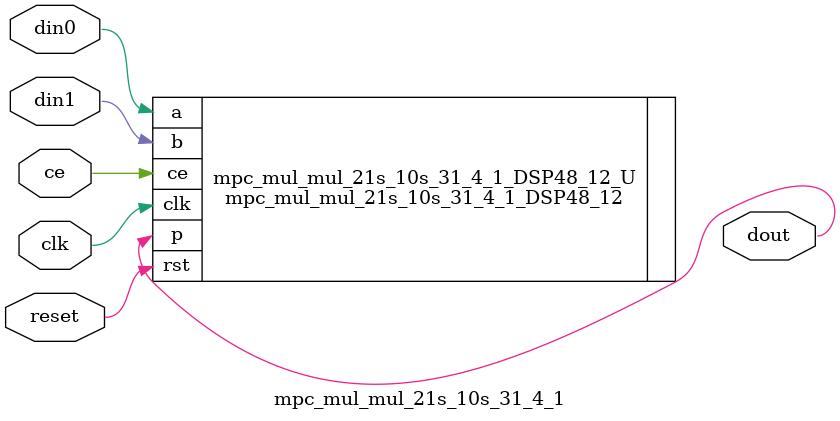
<source format=v>
module mpc_mul_mul_21s_10s_31_4_1(
    clk,
    reset,
    ce,
    din0,
    din1,
    dout);

parameter ID = 32'd1;
parameter NUM_STAGE = 32'd1;
parameter din0_WIDTH = 32'd1;
parameter din1_WIDTH = 32'd1;
parameter dout_WIDTH = 32'd1;
input clk;
input reset;
input ce;
input[din0_WIDTH - 1:0] din0;
input[din1_WIDTH - 1:0] din1;
output[dout_WIDTH - 1:0] dout;



mpc_mul_mul_21s_10s_31_4_1_DSP48_12 mpc_mul_mul_21s_10s_31_4_1_DSP48_12_U(
    .clk( clk ),
    .rst( reset ),
    .ce( ce ),
    .a( din0 ),
    .b( din1 ),
    .p( dout ));

endmodule

</source>
